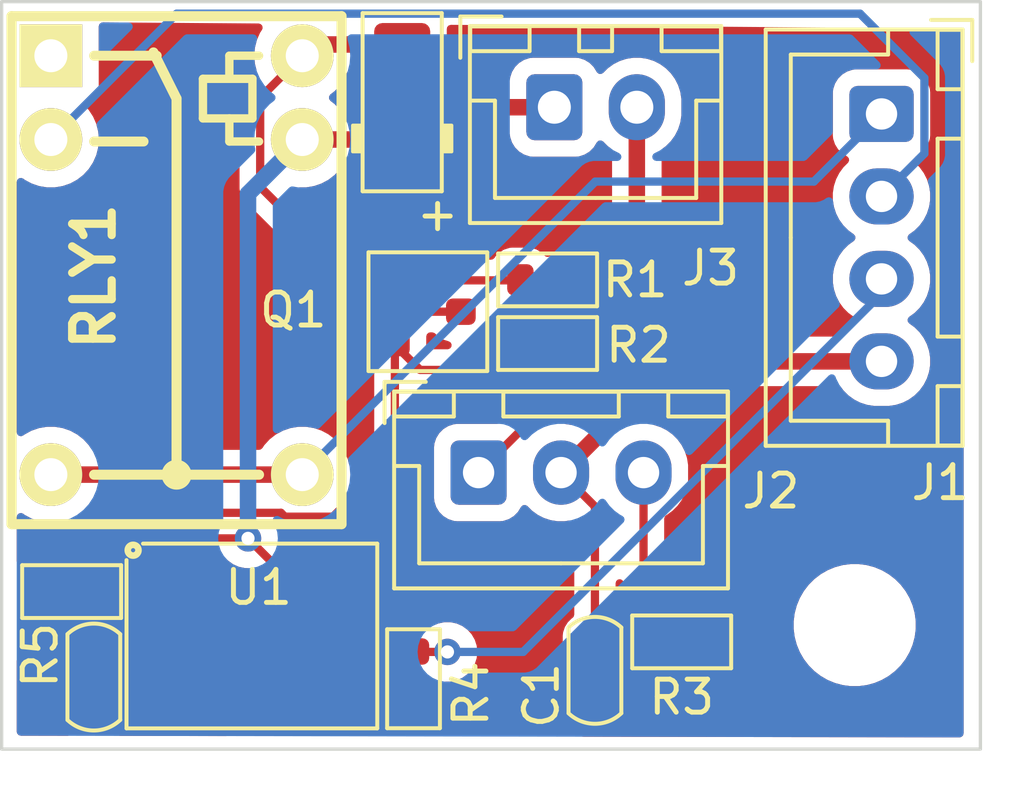
<source format=kicad_pcb>
(kicad_pcb (version 20240108) (generator "pcbnew") (generator_version "8.99")
  (layers (0 "F.Cu" signal) (31 "B.Cu" signal) (34 "B.Paste" user) (35 "F.Paste" user) (36 "B.SilkS" user "B.Silkscreen") (37 "F.SilkS" user "F.Silkscreen") (38 "B.Mask" user) (39 "F.Mask" user) (44 "Edge.Cuts" user))
  (net 0 "")
  (net 1 "Net-(U1-+)")
  (net 2 "GND")
  (net 3 "+12V")
  (net 4 "Net-(D1-A)")
  (net 5 "Net-(J1-Pin_2)")
  (net 6 "Net-(J1-Pin_1)")
  (net 7 "Net-(J1-Pin_3)")
  (net 8 "Net-(J2-Pin_3)")
  (net 9 "Relay")
  (net 10 "Net-(Q1-G)")
  (net 14 "Net-(U1--)")
  (footprint "Connector_JST:JST_XH_B4B-XH-A_1x04_P2.50mm_Vertical" (layer "F.Cu") (at 80.4164 56.1848 -90)
    (property "Reference" "J1" (at 11.176 -1.778 180) (layer "F.SilkS"))
    (property "Value" "Conn_01x04")
    (fp_line (start -2.56 3.51) (end 10.06 3.51) (stroke (width 0.12)) (layer "F.SilkS"))
    (fp_line (start 10.06 3.51) (end 10.06 -2.46) (stroke (width 0.12)) (layer "F.SilkS"))
    (fp_line (start -1.8 2.75) (end 3.75 2.75) (stroke (width 0.12)) (layer "F.SilkS"))
    (fp_line (start 9.3 2.75) (end 3.75 2.75) (stroke (width 0.12)) (layer "F.SilkS"))
    (fp_line (start -2.55 -0.2) (end -1.8 -0.2) (stroke (width 0.12)) (layer "F.SilkS"))
    (fp_line (start -1.8 -0.2) (end -1.8 2.75) (stroke (width 0.12)) (layer "F.SilkS"))
    (fp_line (start 9.3 -0.2) (end 9.3 2.75) (stroke (width 0.12)) (layer "F.SilkS"))
    (fp_line (start 10.05 -0.2) (end 9.3 -0.2) (stroke (width 0.12)) (layer "F.SilkS"))
    (fp_line (start -2.55 -1.7) (end -0.75 -1.7) (stroke (width 0.12)) (layer "F.SilkS"))
    (fp_line (start -0.75 -1.7) (end -0.75 -2.45) (stroke (width 0.12)) (layer "F.SilkS"))
    (fp_line (start 0.75 -1.7) (end 6.75 -1.7) (stroke (width 0.12)) (layer "F.SilkS"))
    (fp_line (start 6.75 -1.7) (end 6.75 -2.45) (stroke (width 0.12)) (layer "F.SilkS"))
    (fp_line (start 8.25 -1.7) (end 10.05 -1.7) (stroke (width 0.12)) (layer "F.SilkS"))
    (fp_line (start 10.05 -1.7) (end 10.05 -2.45) (stroke (width 0.12)) (layer "F.SilkS"))
    (fp_line (start -2.55 -2.45) (end -2.55 -1.7) (stroke (width 0.12)) (layer "F.SilkS"))
    (fp_line (start -0.75 -2.45) (end -2.55 -2.45) (stroke (width 0.12)) (layer "F.SilkS"))
    (fp_line (start 0.75 -2.45) (end 0.75 -1.7) (stroke (width 0.12)) (layer "F.SilkS"))
    (fp_line (start 6.75 -2.45) (end 0.75 -2.45) (stroke (width 0.12)) (layer "F.SilkS"))
    (fp_line (start 8.25 -2.45) (end 8.25 -1.7) (stroke (width 0.12)) (layer "F.SilkS"))
    (fp_line (start 10.05 -2.45) (end 8.25 -2.45) (stroke (width 0.12)) (layer "F.SilkS"))
    (fp_line (start -2.56 -2.46) (end -2.56 3.51) (stroke (width 0.12)) (layer "F.SilkS"))
    (fp_line (start 10.06 -2.46) (end -2.56 -2.46) (stroke (width 0.12)) (layer "F.SilkS"))
    (fp_line (start -2.85 -2.75) (end -2.85 -1.5) (stroke (width 0.12)) (layer "F.SilkS"))
    (fp_line (start -1.6 -2.75) (end -2.85 -2.75) (stroke (width 0.12)) (layer "F.SilkS"))
    (pad "1" thru_hole roundrect (at 0 0 270) (size 1.7 1.95) (drill 0.95) (layers "*.Cu" "*.Mask") (roundrect_rratio 0.1470588235) (net 6 "Net-(J1-Pin_1)"))
    (pad "2" thru_hole oval (at 2.5 0 270) (size 1.7 1.95) (drill 0.95) (layers "*.Cu" "*.Mask") (net 5 "Net-(J1-Pin_2)"))
    (pad "3" thru_hole oval (at 5 0 270) (size 1.7 1.95) (drill 0.95) (layers "*.Cu" "*.Mask") (net 7 "Net-(J1-Pin_3)"))
    (pad "4" thru_hole oval (at 7.5 0 270) (size 1.7 1.95) (drill 0.95) (layers "*.Cu" "*.Mask") (net 2 "GND"))
  )
  (footprint "Capacitor_SMD_AKL:C_0603_1608Metric" (layer "F.Cu") (at 56.5404 73.2536 -90)
    (property "Reference" "C2" (hide yes))
    (property "Value" "100n" (hide yes))
    (fp_line (start -1.3 0.800002) (end 1.3 0.8) (stroke (width 0.12)) (layer "F.SilkS"))
    (fp_line (start 1.3 -0.800002) (end -1.3 -0.8) (stroke (width 0.12)) (layer "F.SilkS"))
    (fp_arc (start -1.3 0.800002) (mid -1.619939 0.000001) (end -1.3 -0.8) (stroke (width 0.12)) (layer "F.SilkS"))
    (fp_arc (start 1.3 -0.800002) (mid 1.619939 -0.000001) (end 1.3 0.8) (stroke (width 0.12)) (layer "F.SilkS"))
    (pad "1" smd roundrect (at -0.775 0 270) (size 0.9 0.95) (layers "F.Cu" "F.Paste" "F.Mask") (net 3 "+12V"))
    (pad "2" smd roundrect (at 0.775 0 270) (size 0.9 0.95) (layers "F.Cu" "F.Paste" "F.Mask") (net 2 "GND"))
  )
  (footprint "w_relay:relay_V23101-D0-B" (layer "F.Cu") (at 59.04806 60.92034)
    (property "Reference" "RLY1" (at -2.50766 0.19206 90) (layer "F.SilkS") (effects (font (size 1.19888 1.19888) (thickness 0.24892))))
    (property "Value" "Siemens V23101-A0006-B101" (hide yes))
    (fp_line (start -5.00126 -7.69874) (end 5.00126 -7.69874) (stroke (width 0.3048)) (layer "F.SilkS"))
    (fp_line (start -5.00126 7.69874) (end -5.00126 -7.69874) (stroke (width 0.3048)) (layer "F.SilkS"))
    (fp_line (start -2.5 -3.9) (end -1 -3.9) (stroke (width 0.3)) (layer "F.SilkS"))
    (fp_line (start -2.5 6.2) (end 2.5 6.2) (stroke (width 0.3048)) (layer "F.SilkS"))
    (fp_line (start -0.6 -6.5) (end -2.5 -6.5) (stroke (width 0.3)) (layer "F.SilkS"))
    (fp_line (start 0 -5.2) (end -0.7 -6.6) (stroke (width 0.3048)) (layer "F.SilkS"))
    (fp_line (start 0 -5.2) (end 0 6.2) (stroke (width 0.3048)) (layer "F.SilkS"))
    (fp_line (start 0.8 -5.8) (end 0.8 -4.6) (stroke (width 0.254)) (layer "F.SilkS"))
    (fp_line (start 0.8 -4.6) (end 2.3 -4.6) (stroke (width 0.254)) (layer "F.SilkS"))
    (fp_line (start 1.6 -6.5) (end 1.6 -5.8) (stroke (width 0.254)) (layer "F.SilkS"))
    (fp_line (start 1.6 -6.5) (end 2.5 -6.5) (stroke (width 0.254)) (layer "F.SilkS"))
    (fp_line (start 1.6 -4.6) (end 1.6 -3.9) (stroke (width 0.254)) (layer "F.SilkS"))
    (fp_line (start 1.6 -3.9) (end 2.5 -3.9) (stroke (width 0.254)) (layer "F.SilkS"))
    (fp_line (start 2.3 -5.8) (end 0.8 -5.8) (stroke (width 0.254)) (layer "F.SilkS"))
    (fp_line (start 2.3 -4.6) (end 2.3 -5.8) (stroke (width 0.254)) (layer "F.SilkS"))
    (fp_line (start 5.00126 -7.69874) (end 5.00126 7.69874) (stroke (width 0.3048)) (layer "F.SilkS"))
    (fp_line (start 5.00126 7.69874) (end -5.00126 7.69874) (stroke (width 0.3048)) (layer "F.SilkS"))
    (fp_circle (center 0 6.2) (end 0.3 6.2) (stroke (width 0.3048)) (fill none) (layer "F.SilkS"))
    (fp_circle (center 0 6.20014) (end -0.09906 6.2992) (stroke (width 0.3048)) (fill none) (layer "F.SilkS"))
    (pad "1" thru_hole rect (at -3.81 -6.49986) (size 1.9 1.9) (drill 1) (layers "*.Cu" "*.Mask" "F.SilkS"))
    (pad "2" thru_hole circle (at -3.81 -3.95986) (size 1.9 1.9) (drill 1) (layers "*.Cu" "*.Mask" "F.SilkS") (net 5 "Net-(J1-Pin_2)"))
    (pad "6" thru_hole circle (at -3.81 6.1976) (size 1.9 1.9) (drill 1) (layers "*.Cu" "*.Mask" "F.SilkS") (net 6 "Net-(J1-Pin_1)"))
    (pad "7" thru_hole circle (at 3.81 6.1976) (size 1.9 1.9) (drill 1) (layers "*.Cu" "*.Mask" "F.SilkS") (net 6 "Net-(J1-Pin_1)"))
    (pad "11" thru_hole circle (at 3.81 -3.95986) (size 1.9 1.9) (drill 1) (layers "*.Cu" "*.Mask" "F.SilkS") (net 3 "+12V"))
    (pad "12" thru_hole circle (at 3.81 -6.49986) (size 1.9 1.9) (drill 1) (layers "*.Cu" "*.Mask" "F.SilkS") (net 4 "Net-(D1-A)"))
  )
  (footprint "Resistor_SMD_AKL:R_0603_1608Metric" (layer "F.Cu") (at 66.231 73.3044 90)
    (property "Reference" "R4" (at -0.4572 1.7394 270) (layer "F.SilkS"))
    (property "Value" "51k" (hide yes))
    (fp_line (start 1.5 -0.8) (end -1.5 -0.8) (stroke (width 0.12)) (layer "F.SilkS"))
    (fp_line (start -1.5 -0.8) (end -1.5 0.8) (stroke (width 0.12)) (layer "F.SilkS"))
    (fp_line (start 1.5 0.8) (end 1.5 -0.8) (stroke (width 0.12)) (layer "F.SilkS"))
    (fp_line (start -1.5 0.8) (end 1.5 0.8) (stroke (width 0.12)) (layer "F.SilkS"))
    (pad "1" smd roundrect (at -0.825 0 90) (size 0.8 0.95) (layers "F.Cu" "F.Paste" "F.Mask") (net 14 "Net-(U1--)"))
    (pad "2" smd roundrect (at 0.825 0 90) (size 0.8 0.95) (layers "F.Cu" "F.Paste" "F.Mask") (net 7 "Net-(J1-Pin_3)"))
  )
  (footprint "Connector_JST:JST_XH_B3B-XH-A_1x03_P2.50mm_Vertical" (layer "F.Cu") (at 68.2028 67.056)
    (property "Reference" "J2" (at 8.8608 0.5588 0) (layer "F.SilkS"))
    (property "Value" "Conn_01x03")
    (fp_line (start -2.85 -2.75) (end -2.85 -1.5) (stroke (width 0.12)) (layer "F.SilkS"))
    (fp_line (start -2.56 -2.46) (end -2.56 3.51) (stroke (width 0.12)) (layer "F.SilkS"))
    (fp_line (start -2.56 3.51) (end 7.56 3.51) (stroke (width 0.12)) (layer "F.SilkS"))
    (fp_line (start -2.55 -2.45) (end -2.55 -1.7) (stroke (width 0.12)) (layer "F.SilkS"))
    (fp_line (start -2.55 -1.7) (end -0.75 -1.7) (stroke (width 0.12)) (layer "F.SilkS"))
    (fp_line (start -2.55 -0.2) (end -1.8 -0.2) (stroke (width 0.12)) (layer "F.SilkS"))
    (fp_line (start -1.8 -0.2) (end -1.8 2.75) (stroke (width 0.12)) (layer "F.SilkS"))
    (fp_line (start -1.8 2.75) (end 2.5 2.75) (stroke (width 0.12)) (layer "F.SilkS"))
    (fp_line (start -1.6 -2.75) (end -2.85 -2.75) (stroke (width 0.12)) (layer "F.SilkS"))
    (fp_line (start -0.75 -2.45) (end -2.55 -2.45) (stroke (width 0.12)) (layer "F.SilkS"))
    (fp_line (start -0.75 -1.7) (end -0.75 -2.45) (stroke (width 0.12)) (layer "F.SilkS"))
    (fp_line (start 0.75 -2.45) (end 0.75 -1.7) (stroke (width 0.12)) (layer "F.SilkS"))
    (fp_line (start 0.75 -1.7) (end 4.25 -1.7) (stroke (width 0.12)) (layer "F.SilkS"))
    (fp_line (start 4.25 -2.45) (end 0.75 -2.45) (stroke (width 0.12)) (layer "F.SilkS"))
    (fp_line (start 4.25 -1.7) (end 4.25 -2.45) (stroke (width 0.12)) (layer "F.SilkS"))
    (fp_line (start 5.75 -2.45) (end 5.75 -1.7) (stroke (width 0.12)) (layer "F.SilkS"))
    (fp_line (start 5.75 -1.7) (end 7.55 -1.7) (stroke (width 0.12)) (layer "F.SilkS"))
    (fp_line (start 6.8 -0.2) (end 6.8 2.75) (stroke (width 0.12)) (layer "F.SilkS"))
    (fp_line (start 6.8 2.75) (end 2.5 2.75) (stroke (width 0.12)) (layer "F.SilkS"))
    (fp_line (start 7.55 -2.45) (end 5.75 -2.45) (stroke (width 0.12)) (layer "F.SilkS"))
    (fp_line (start 7.55 -1.7) (end 7.55 -2.45) (stroke (width 0.12)) (layer "F.SilkS"))
    (fp_line (start 7.55 -0.2) (end 6.8 -0.2) (stroke (width 0.12)) (layer "F.SilkS"))
    (fp_line (start 7.56 -2.46) (end -2.56 -2.46) (stroke (width 0.12)) (layer "F.SilkS"))
    (fp_line (start 7.56 3.51) (end 7.56 -2.46) (stroke (width 0.12)) (layer "F.SilkS"))
    (pad "1" thru_hole roundrect (at 0 0) (size 1.7 1.95) (drill 0.95) (layers "*.Cu" "*.Mask") (roundrect_rratio 0.1470588235) (net 9 "Relay"))
    (pad "2" thru_hole oval (at 2.5 0) (size 1.7 1.95) (drill 0.95) (layers "*.Cu" "*.Mask") (net 2 "GND"))
    (pad "3" thru_hole oval (at 5 0) (size 1.7 1.95) (drill 0.95) (layers "*.Cu" "*.Mask") (net 8 "Net-(J2-Pin_3)"))
  )
  (footprint "Connector_JST:JST_XH_B2B-XH-A_1x02_P2.50mm_Vertical" (layer "F.Cu") (at 70.4996 55.9816)
    (property "Reference" "J3" (at 4.7352 4.8768 0) (layer "F.SilkS"))
    (property "Value" "Conn_01x02")
    (fp_line (start -2.85 -2.75) (end -2.85 -1.5) (stroke (width 0.12)) (layer "F.SilkS"))
    (fp_line (start -2.56 -2.46) (end -2.56 3.51) (stroke (width 0.12)) (layer "F.SilkS"))
    (fp_line (start -2.56 3.51) (end 5.06 3.51) (stroke (width 0.12)) (layer "F.SilkS"))
    (fp_line (start -2.55 -2.45) (end -2.55 -1.7) (stroke (width 0.12)) (layer "F.SilkS"))
    (fp_line (start -2.55 -1.7) (end -0.75 -1.7) (stroke (width 0.12)) (layer "F.SilkS"))
    (fp_line (start -2.55 -0.2) (end -1.8 -0.2) (stroke (width 0.12)) (layer "F.SilkS"))
    (fp_line (start -1.8 -0.2) (end -1.8 2.75) (stroke (width 0.12)) (layer "F.SilkS"))
    (fp_line (start -1.8 2.75) (end 1.25 2.75) (stroke (width 0.12)) (layer "F.SilkS"))
    (fp_line (start -1.6 -2.75) (end -2.85 -2.75) (stroke (width 0.12)) (layer "F.SilkS"))
    (fp_line (start -0.75 -2.45) (end -2.55 -2.45) (stroke (width 0.12)) (layer "F.SilkS"))
    (fp_line (start -0.75 -1.7) (end -0.75 -2.45) (stroke (width 0.12)) (layer "F.SilkS"))
    (fp_line (start 0.75 -2.45) (end 0.75 -1.7) (stroke (width 0.12)) (layer "F.SilkS"))
    (fp_line (start 0.75 -1.7) (end 1.75 -1.7) (stroke (width 0.12)) (layer "F.SilkS"))
    (fp_line (start 1.75 -2.45) (end 0.75 -2.45) (stroke (width 0.12)) (layer "F.SilkS"))
    (fp_line (start 1.75 -1.7) (end 1.75 -2.45) (stroke (width 0.12)) (layer "F.SilkS"))
    (fp_line (start 3.25 -2.45) (end 3.25 -1.7) (stroke (width 0.12)) (layer "F.SilkS"))
    (fp_line (start 3.25 -1.7) (end 5.05 -1.7) (stroke (width 0.12)) (layer "F.SilkS"))
    (fp_line (start 4.3 -0.2) (end 4.3 2.75) (stroke (width 0.12)) (layer "F.SilkS"))
    (fp_line (start 4.3 2.75) (end 1.25 2.75) (stroke (width 0.12)) (layer "F.SilkS"))
    (fp_line (start 5.05 -2.45) (end 3.25 -2.45) (stroke (width 0.12)) (layer "F.SilkS"))
    (fp_line (start 5.05 -1.7) (end 5.05 -2.45) (stroke (width 0.12)) (layer "F.SilkS"))
    (fp_line (start 5.05 -0.2) (end 4.3 -0.2) (stroke (width 0.12)) (layer "F.SilkS"))
    (fp_line (start 5.06 -2.46) (end -2.56 -2.46) (stroke (width 0.12)) (layer "F.SilkS"))
    (fp_line (start 5.06 3.51) (end 5.06 -2.46) (stroke (width 0.12)) (layer "F.SilkS"))
    (pad "1" thru_hole roundrect (at 0 0) (size 1.7 2) (drill 1) (layers "*.Cu" "*.Mask") (roundrect_rratio 0.1470588235) (net 3 "+12V"))
    (pad "2" thru_hole oval (at 2.5 0) (size 1.7 2) (drill 1) (layers "*.Cu" "*.Mask") (net 2 "GND"))
  )
  (footprint "MountingHole:MountingHole_3.2mm_M3" (layer "F.Cu") (at 79.6036 71.6788)
    (property "Reference" "H1" (hide yes))
    (property "Value" "MountingHole")
    (pad "" np_thru_hole circle (at 0 0) (size 3.2 3.2) (drill 3.2) (layers "*.Cu" "*.Mask"))
  )
  (footprint "Package_SO_AKL:SO-8_3.9x4.9mm_P1.27mm" (layer "F.Cu") (at 61.3314 72.009)
    (property "Reference" "U1" (at 0.2032 -1.4732 0) (layer "F.SilkS"))
    (property "Value" "TLC271ACP" (hide yes))
    (fp_line (start -3.8 -2.3) (end -3.8 2.8) (stroke (width 0.12)) (layer "F.SilkS"))
    (fp_line (start -3.8 2.8) (end 3.8 2.8) (stroke (width 0.12)) (layer "F.SilkS"))
    (fp_line (start 3.8 -2.8) (end -3.3 -2.8) (stroke (width 0.12)) (layer "F.SilkS"))
    (fp_line (start 3.8 2.8) (end 3.8 -2.8) (stroke (width 0.12)) (layer "F.SilkS"))
    (fp_circle (center -3.6 -2.6) (end -3.5365 -2.6) (stroke (width 0.2)) (fill none) (layer "F.SilkS"))
    (pad "1" smd roundrect (at -2.575 -1.905) (size 1.75 0.6) (layers "F.Cu" "F.Paste" "F.Mask"))
    (pad "2" smd roundrect (at -2.575 -0.635) (size 1.75 0.6) (layers "F.Cu" "F.Paste" "F.Mask") (net 14 "Net-(U1--)"))
    (pad "3" smd roundrect (at -2.575 0.635) (size 1.75 0.6) (layers "F.Cu" "F.Paste" "F.Mask") (net 1 "Net-(U1-+)"))
    (pad "4" smd roundrect (at -2.575 1.905) (size 1.75 0.6) (layers "F.Cu" "F.Paste" "F.Mask") (net 2 "GND"))
    (pad "5" smd roundrect (at 2.575 1.905) (size 1.75 0.6) (layers "F.Cu" "F.Paste" "F.Mask"))
    (pad "6" smd roundrect (at 2.575 0.635) (size 1.75 0.6) (layers "F.Cu" "F.Paste" "F.Mask") (net 7 "Net-(J1-Pin_3)"))
    (pad "7" smd roundrect (at 2.575 -0.635) (size 1.75 0.6) (layers "F.Cu" "F.Paste" "F.Mask") (net 3 "+12V"))
    (pad "8" smd roundrect (at 2.575 -1.905) (size 1.75 0.6) (layers "F.Cu" "F.Paste" "F.Mask") (net 3 "+12V"))
  )
  (footprint "Resistor_SMD_AKL:R_0603_1608Metric" (layer "F.Cu") (at 70.295 63.1444)
    (property "Reference" "R2" (at 2.7554 0.0508 0) (layer "F.SilkS"))
    (property "Value" "1K" (hide yes))
    (fp_line (start -1.5 -0.8) (end -1.5 0.8) (stroke (width 0.12)) (layer "F.SilkS"))
    (fp_line (start -1.5 0.8) (end 1.5 0.8) (stroke (width 0.12)) (layer "F.SilkS"))
    (fp_line (start 1.5 -0.8) (end -1.5 -0.8) (stroke (width 0.12)) (layer "F.SilkS"))
    (fp_line (start 1.5 0.8) (end 1.5 -0.8) (stroke (width 0.12)) (layer "F.SilkS"))
    (pad "1" smd roundrect (at -0.825 0) (size 0.8 0.95) (layers "F.Cu" "F.Paste" "F.Mask") (net 10 "Net-(Q1-G)"))
    (pad "2" smd roundrect (at 0.825 0) (size 0.8 0.95) (layers "F.Cu" "F.Paste" "F.Mask") (net 9 "Relay"))
  )
  (footprint "Resistor_SMD_AKL:R_0603_1608Metric" (layer "F.Cu") (at 70.295 61.214)
    (property "Reference" "R1" (at 2.6538 0 0) (layer "F.SilkS"))
    (property "Value" "10K" (hide yes))
    (fp_line (start -1.5 -0.8) (end -1.5 0.8) (stroke (width 0.12)) (layer "F.SilkS"))
    (fp_line (start -1.5 0.8) (end 1.5 0.8) (stroke (width 0.12)) (layer "F.SilkS"))
    (fp_line (start 1.5 -0.8) (end -1.5 -0.8) (stroke (width 0.12)) (layer "F.SilkS"))
    (fp_line (start 1.5 0.8) (end 1.5 -0.8) (stroke (width 0.12)) (layer "F.SilkS"))
    (pad "1" smd roundrect (at -0.825 0) (size 0.8 0.95) (layers "F.Cu" "F.Paste" "F.Mask") (net 10 "Net-(Q1-G)"))
    (pad "2" smd roundrect (at 0.825 0) (size 0.8 0.95) (layers "F.Cu" "F.Paste" "F.Mask") (net 2 "GND"))
  )
  (footprint "Diode_SMD_AKL:D_MiniMELF" (layer "F.Cu") (at 65.8876 55.8292 90)
    (property "Reference" "D1" (hide yes))
    (property "Value" "1N4148" (hide yes))
    (fp_line (start 2.7 -1.2) (end -2.7 -1.2) (stroke (width 0.12)) (layer "F.SilkS"))
    (fp_line (start -2.7 -1.2) (end -2.7 1.2) (stroke (width 0.12)) (layer "F.SilkS"))
    (fp_line (start 2.7 1.2) (end 2.7 -1.2) (stroke (width 0.12)) (layer "F.SilkS"))
    (fp_line (start -2.7 1.2) (end 2.7 1.2) (stroke (width 0.12)) (layer "F.SilkS"))
    (fp_poly (pts (xy -0.7 -1.2) (xy -1.5 -1.2) (xy -1.5 -1.5) (xy -0.7 -1.5)) (stroke (width 0.1)) (fill solid) (layer "F.SilkS"))
    (fp_poly (pts (xy -0.7 1.5) (xy -1.5 1.5) (xy -1.5 1.2) (xy -0.7 1.2)) (stroke (width 0.1)) (fill solid) (layer "F.SilkS"))
    (pad "1" smd roundrect (at -1.75 0 90) (size 1.3 1.7) (layers "F.Cu" "F.Paste" "F.Mask") (roundrect_rratio 0.1923076923) (net 3 "+12V"))
    (pad "2" smd roundrect (at 1.75 0 90) (size 1.3 1.7) (layers "F.Cu" "F.Paste" "F.Mask") (roundrect_rratio 0.1923076923) (net 4 "Net-(D1-A)"))
  )
  (footprint "Package_TO_SOT_SMD_AKL:SOT-23" (layer "F.Cu") (at 66.6656 62.1792)
    (property "Reference" "Q1" (at -4.08 -0.0508 0) (layer "F.SilkS"))
    (property "Value" "BSS138" (hide yes))
    (fp_line (start -1.8 -1.8) (end -1.8 1.8) (stroke (width 0.12)) (layer "F.SilkS"))
    (fp_line (start -1.8 1.8) (end 1.8 1.8) (stroke (width 0.12)) (layer "F.SilkS"))
    (fp_line (start 1.8 -1.8) (end -1.8 -1.8) (stroke (width 0.12)) (layer "F.SilkS"))
    (fp_line (start 1.8 1.8) (end 1.8 -1.8) (stroke (width 0.12)) (layer "F.SilkS"))
    (pad "1" smd roundrect (at -1 -0.95) (size 0.9 0.8) (layers "F.Cu" "F.Paste" "F.Mask") (net 10 "Net-(Q1-G)"))
    (pad "2" smd roundrect (at -1 0.95) (size 0.9 0.8) (layers "F.Cu" "F.Paste" "F.Mask") (net 2 "GND"))
    (pad "3" smd roundrect (at 1 0) (size 0.9 0.8) (layers "F.Cu" "F.Paste" "F.Mask") (net 4 "Net-(D1-A)"))
  )
  (footprint "Resistor_SMD_AKL:R_0603_1608Metric" (layer "F.Cu") (at 55.8678 70.6628)
    (property "Reference" "R5" (at -0.953 1.9304 90) (layer "F.SilkS"))
    (property "Value" "22k" (hide yes))
    (fp_line (start -1.5 -0.8) (end -1.5 0.8) (stroke (width 0.12)) (layer "F.SilkS"))
    (fp_line (start -1.5 0.8) (end 1.5 0.8) (stroke (width 0.12)) (layer "F.SilkS"))
    (fp_line (start 1.5 -0.8) (end -1.5 -0.8) (stroke (width 0.12)) (layer "F.SilkS"))
    (fp_line (start 1.5 0.8) (end 1.5 -0.8) (stroke (width 0.12)) (layer "F.SilkS"))
    (pad "1" smd roundrect (at -0.825 0) (size 0.8 0.95) (layers "F.Cu" "F.Paste" "F.Mask") (net 2 "GND"))
    (pad "2" smd roundrect (at 0.825 0) (size 0.8 0.95) (layers "F.Cu" "F.Paste" "F.Mask") (net 14 "Net-(U1--)"))
  )
  (footprint "Resistor_SMD_AKL:R_0603_1608Metric" (layer "F.Cu") (at 74.359 72.1868 180)
    (property "Reference" "R3" (at 0 -1.6764 180) (layer "F.SilkS"))
    (property "Value" "100k" (hide yes))
    (fp_line (start 1.5 0.8) (end 1.5 -0.8) (stroke (width 0.12)) (layer "F.SilkS"))
    (fp_line (start 1.5 -0.8) (end -1.5 -0.8) (stroke (width 0.12)) (layer "F.SilkS"))
    (fp_line (start -1.5 0.8) (end 1.5 0.8) (stroke (width 0.12)) (layer "F.SilkS"))
    (fp_line (start -1.5 -0.8) (end -1.5 0.8) (stroke (width 0.12)) (layer "F.SilkS"))
    (pad "1" smd roundrect (at -0.825 0 180) (size 0.8 0.95) (layers "F.Cu" "F.Paste" "F.Mask") (net 8 "Net-(J2-Pin_3)"))
    (pad "2" smd roundrect (at 0.825 0 180) (size 0.8 0.95) (layers "F.Cu" "F.Paste" "F.Mask") (net 1 "Net-(U1-+)"))
  )
  (footprint "Capacitor_SMD_AKL:C_0603_1608Metric" (layer "F.Cu") (at 71.7296 73.0504 90)
    (property "Reference" "C1" (at -0.762 -1.6256 -90) (layer "F.SilkS"))
    (property "Value" "100n" (hide yes))
    (fp_line (start 1.3 -0.800002) (end -1.3 -0.8) (stroke (width 0.12)) (layer "F.SilkS"))
    (fp_line (start -1.3 0.800002) (end 1.3 0.8) (stroke (width 0.12)) (layer "F.SilkS"))
    (fp_arc (start 1.3 -0.800002) (mid 1.619939 -0.000001) (end 1.3 0.8) (stroke (width 0.12)) (layer "F.SilkS"))
    (fp_arc (start -1.3 0.800002) (mid -1.619939 0.000001) (end -1.3 -0.8) (stroke (width 0.12)) (layer "F.SilkS"))
    (pad "1" smd roundrect (at -0.775 0 90) (size 0.9 0.95) (layers "F.Cu" "F.Paste" "F.Mask") (net 1 "Net-(U1-+)"))
    (pad "2" smd roundrect (at 0.775 0 90) (size 0.9 0.95) (layers "F.Cu" "F.Paste" "F.Mask") (net 2 "GND"))
  )
  (gr_rect (start 53.7464 52.7812) (end 83.4136 75.438) (stroke (width 0.1)) (fill none) (layer "Edge.Cuts"))
  (gr_text "+" (at 66.2432 59.7916 -0) (layer "F.SilkS") (effects (font (size 1 1)) (justify left bottom)))
  (segment (start 73.534 72.1868) (end 73.3682 72.1868) (width 0.25) (layer "F.Cu") (net 1))
  (segment (start 71.4118 73.8254) (end 70.3828 74.8544) (width 0.25) (layer "F.Cu") (net 1))
  (segment (start 70.3828 74.8544) (end 61.5448 74.8544) (width 0.25) (layer "F.Cu") (net 1))
  (segment (start 71.7296 73.8254) (end 71.4118 73.8254) (width 0.25) (layer "F.Cu") (net 1))
  (segment (start 61.5448 74.8544) (end 59.3344 72.644) (width 0.25) (layer "F.Cu") (net 1))
  (segment (start 73.3682 72.1868) (end 71.7296 73.8254) (width 0.25) (layer "F.Cu") (net 1))
  (segment (start 59.3344 72.644) (end 58.7564 72.644) (width 0.25) (layer "F.Cu") (net 1))
  (segment (start 69.893004 63.9444) (end 70.395 63.442404) (width 0.25) (layer "F.Cu") (net 2))
  (segment (start 62.329937 68.39294) (end 63.78866 68.39294) (width 0.25) (layer "F.Cu") (net 2))
  (segment (start 71.7296 68.0828) (end 70.7028 67.056) (width 0.25) (layer "F.Cu") (net 2))
  (segment (start 80.4164 63.6848) (end 73.018 63.6848) (width 0.5) (layer "F.Cu") (net 2))
  (segment (start 66.43 63.9444) (end 69.893004 63.9444) (width 0.25) (layer "F.Cu") (net 2))
  (segment (start 56.5404 74.0286) (end 58.6418 74.0286) (width 0.25) (layer "F.Cu") (net 2))
  (segment (start 72.9996 64.81) (end 72.9996 63.7032) (width 0.5) (layer "F.Cu") (net 2))
  (segment (start 65.6656 66.516) (end 65.6656 63.1292) (width 0.25) (layer "F.Cu") (net 2))
  (segment (start 65.6148 63.1292) (end 66.43 63.9444) (width 0.25) (layer "F.Cu") (net 2))
  (segment (start 71.7296 72.2754) (end 71.7296 68.0828) (width 0.25) (layer "F.Cu") (net 2))
  (segment (start 72.9488 64.81) (end 70.7028 67.056) (width 0.5) (layer "F.Cu") (net 2))
  (segment (start 72.8472 61.214) (end 72.9996 61.0616) (width 0.25) (layer "F.Cu") (net 2))
  (segment (start 56.9554 68.2752) (end 62.212197 68.2752) (width 0.25) (layer "F.Cu") (net 2))
  (segment (start 63.78866 68.39294) (end 65.6656 66.516) (width 0.25) (layer "F.Cu") (net 2))
  (segment (start 58.6418 74.0286) (end 58.7564 73.914) (width 0.25) (layer "F.Cu") (net 2))
  (segment (start 62.212197 68.2752) (end 62.329937 68.39294) (width 0.25) (layer "F.Cu") (net 2))
  (segment (start 72.9996 61.0616) (end 72.9996 55.9816) (width 0.5) (layer "F.Cu") (net 2))
  (segment (start 70.395 61.939) (end 71.12 61.214) (width 0.25) (layer "F.Cu") (net 2))
  (segment (start 72.9996 63.7032) (end 72.9996 61.0616) (width 0.5) (layer "F.Cu") (net 2))
  (segment (start 71.12 61.214) (end 72.8472 61.214) (width 0.25) (layer "F.Cu") (net 2))
  (segment (start 55.0428 70.6628) (end 55.0428 72.531) (width 0.25) (layer "F.Cu") (net 2))
  (segment (start 72.9996 64.81) (end 72.9488 64.81) (width 0.5) (layer "F.Cu") (net 2))
  (segment (start 70.395 63.442404) (end 70.395 61.939) (width 0.25) (layer "F.Cu") (net 2))
  (segment (start 55.0428 70.6628) (end 55.0428 70.1878) (width 0.25) (layer "F.Cu") (net 2))
  (segment (start 55.0428 70.1878) (end 56.9554 68.2752) (width 0.25) (layer "F.Cu") (net 2))
  (segment (start 55.0428 72.531) (end 56.5404 74.0286) (width 0.25) (layer "F.Cu") (net 2))
  (segment (start 73.018 63.6848) (end 72.9996 63.7032) (width 0.5) (layer "F.Cu") (net 2))
  (segment (start 65.26888 56.96048) (end 65.8876 57.5792) (width 0.5) (layer "F.Cu") (net 3))
  (segment (start 62.85806 56.96048) (end 65.26888 56.96048) (width 0.5) (layer "F.Cu") (net 3))
  (segment (start 56.5404 72.4786) (end 55.9678 71.906) (width 0.25) (layer "F.Cu") (net 3))
  (segment (start 63.9064 70.104) (end 63.9064 71.374) (width 0.25) (layer "F.Cu") (net 3))
  (segment (start 62.2678 70.104) (end 61.214 69.0502) (width 0.25) (layer "F.Cu") (net 3))
  (segment (start 56.883 69.0502) (end 61.214 69.0502) (width 0.25) (layer "F.Cu") (net 3))
  (segment (start 55.9678 71.906) (end 55.9678 69.9654) (width 0.25) (layer "F.Cu") (net 3))
  (segment (start 70.4996 55.9816) (end 67.4852 55.9816) (width 0.5) (layer "F.Cu") (net 3))
  (segment (start 63.9064 70.104) (end 62.2678 70.104) (width 0.25) (layer "F.Cu") (net 3))
  (segment (start 67.4852 55.9816) (end 65.8876 57.5792) (width 0.5) (layer "F.Cu") (net 3))
  (segment (start 55.9678 69.9654) (end 56.883 69.0502) (width 0.25) (layer "F.Cu") (net 3))
  (via (at 61.214 69.0502) (size 0.8) (drill 0.4) (layers "F.Cu" "B.Cu") (net 3))
  (segment (start 62.85806 56.96048) (end 61.214 58.60454) (width 0.5) (layer "B.Cu") (net 3))
  (segment (start 61.214 58.60454) (end 61.214 69.0502) (width 0.5) (layer "B.Cu") (net 3))
  (segment (start 65.366796 62.1792) (end 61.58306 58.395464) (width 0.25) (layer "F.Cu") (net 4))
  (segment (start 61.58306 58.395464) (end 61.58306 55.69548) (width 0.25) (layer "F.Cu") (net 4))
  (segment (start 67.6148 62.1792) (end 65.366796 62.1792) (width 0.25) (layer "F.Cu") (net 4))
  (segment (start 61.58306 55.69548) (end 62.85806 54.42048) (width 0.25) (layer "F.Cu") (net 4))
  (segment (start 65.8876 54.0792) (end 63.19934 54.0792) (width 0.5) (layer "F.Cu") (net 4))
  (segment (start 63.19934 54.0792) (end 62.85806 54.42048) (width 0.5) (layer "F.Cu") (net 4))
  (segment (start 79.76468 53.14548) (end 59.05306 53.14548) (width 0.25) (layer "B.Cu") (net 5))
  (segment (start 81.7164 55.0972) (end 79.76468 53.14548) (width 0.25) (layer "B.Cu") (net 5))
  (segment (start 80.4164 58.6848) (end 81.7164 57.3848) (width 0.25) (layer "B.Cu") (net 5))
  (segment (start 81.7164 57.3848) (end 81.7164 55.0972) (width 0.25) (layer "B.Cu") (net 5))
  (segment (start 59.05306 53.14548) (end 55.23806 56.96048) (width 0.25) (layer "B.Cu") (net 5))
  (segment (start 55.23806 67.11794) (end 62.85806 67.11794) (width 0.5) (layer "F.Cu") (net 6))
  (segment (start 78.36572 58.23548) (end 71.74052 58.23548) (width 0.25) (layer "B.Cu") (net 6))
  (segment (start 80.4164 56.1848) (end 78.36572 58.23548) (width 0.25) (layer "B.Cu") (net 6))
  (segment (start 71.74052 58.23548) (end 62.85806 67.11794) (width 0.25) (layer "B.Cu") (net 6))
  (segment (start 63.9064 72.644) (end 66.0664 72.644) (width 0.25) (layer "F.Cu") (net 7))
  (segment (start 66.0664 72.644) (end 66.231 72.4794) (width 0.25) (layer "F.Cu") (net 7))
  (segment (start 67.2592 72.4916) (end 66.2432 72.4916) (width 0.25) (layer "F.Cu") (net 7))
  (segment (start 66.2432 72.4916) (end 66.231 72.4794) (width 0.25) (layer "F.Cu") (net 7))
  (via (at 67.2592 72.4916) (size 0.8) (drill 0.4) (layers "F.Cu" "B.Cu") (net 7))
  (segment (start 69.553901 72.4916) (end 80.4164 61.629101) (width 0.25) (layer "B.Cu") (net 7))
  (segment (start 80.4164 61.629101) (end 80.4164 61.1848) (width 0.25) (layer "B.Cu") (net 7))
  (segment (start 80.4164 61.898099) (end 80.4164 61.1848) (width 0.25) (layer "B.Cu") (net 7))
  (segment (start 67.2592 72.4916) (end 69.553901 72.4916) (width 0.25) (layer "B.Cu") (net 7))
  (segment (start 73.2028 70.2056) (end 75.184 72.1868) (width 0.25) (layer "F.Cu") (net 8))
  (segment (start 73.2028 67.056) (end 73.2028 70.2056) (width 0.25) (layer "F.Cu") (net 8))
  (segment (start 71.12 63.1444) (end 71.12 64.1388) (width 0.25) (layer "F.Cu") (net 9))
  (segment (start 71.12 64.1388) (end 68.2028 67.056) (width 0.25) (layer "F.Cu") (net 9))
  (segment (start 69.4548 61.2292) (end 69.47 61.214) (width 0.25) (layer "F.Cu") (net 10))
  (segment (start 65.6148 61.2292) (end 69.4548 61.2292) (width 0.25) (layer "F.Cu") (net 10))
  (segment (start 69.47 61.214) (end 69.47 63.1444) (width 0.25) (layer "F.Cu") (net 10))
  (segment (start 61.4326 73.269) (end 59.5376 71.374) (width 0.25) (layer "F.Cu") (net 14))
  (segment (start 59.5376 71.374) (end 58.7564 71.374) (width 0.25) (layer "F.Cu") (net 14))
  (segment (start 56.6928 70.6628) (end 57.404 71.374) (width 0.25) (layer "F.Cu") (net 14))
  (segment (start 57.404 71.374) (end 58.7564 71.374) (width 0.25) (layer "F.Cu") (net 14))
  (segment (start 65.3706 73.269) (end 61.4326 73.269) (width 0.25) (layer "F.Cu") (net 14))
  (segment (start 66.231 74.1294) (end 65.3706 73.269) (width 0.25) (layer "F.Cu") (net 14))
  (zone (net 0) (net_name "") (layers "F&B.Cu") (connect_pads (clearance 0.5)) (min_thickness 0.25) (fill yes (thermal_gap 0.5) (thermal_bridge_width 0.5) (island_removal_mode 1) (island_area_min 10))
    (polygon (pts (xy 54.2036 53.3908) (xy 82.9056 53.594) (xy 82.9056 75.0824) (xy 54.2036 75.0316)))
  )
)
</source>
